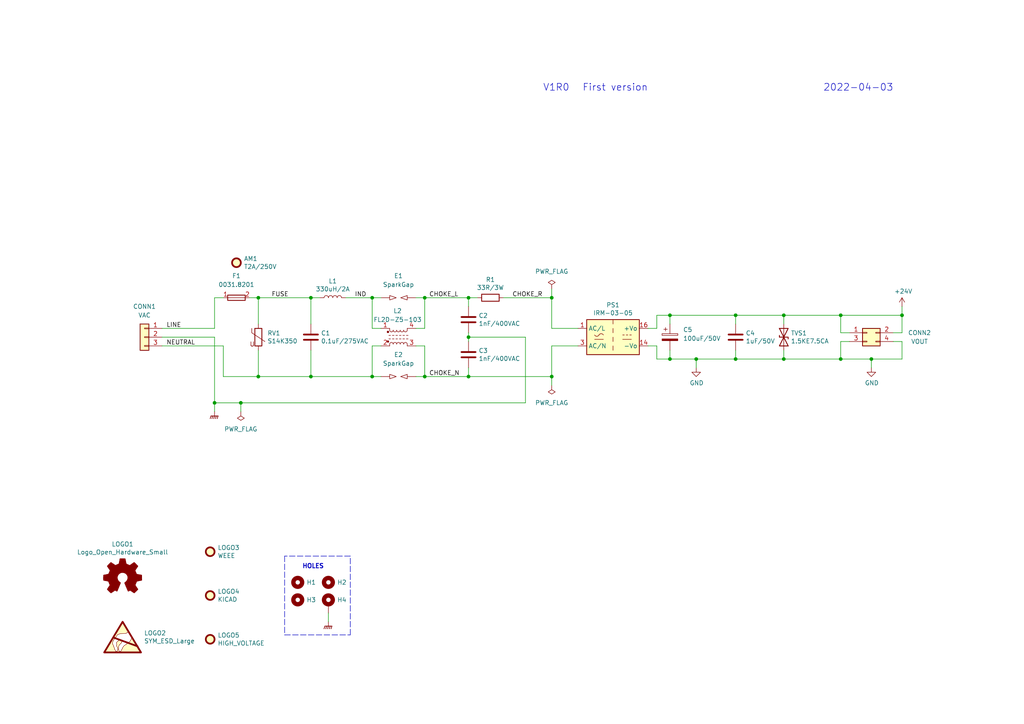
<source format=kicad_sch>
(kicad_sch (version 20211123) (generator eeschema)
  (paper "A4")
  (title_block (title "IRM-03-05 AC/DC POWER SUPPLY") (date "2022-04-03") (rev "V1R0") (company "astroelectronic@") (comment 1 "230Vac input. 5Vdc/600mA/3W output. European outlet size.") (comment 2 "AE01.07.50.100") (comment 3 "-") (comment 4 "-") (comment 5 "-") (comment 6 "1:1") (comment 7 "Prototype") (comment 8 "IRM-03-05") (comment 9 "CC BY-SA"))
  (lib_symbols
    (symbol "Connector_Generic:Conn_01x03" (pin_names (offset 1.016) hide)
      (property "Reference" "J" (at 0 5.08 0))
      (property "Value" "Conn_01x03" (at 0 -5.08 0))
      (symbol "Conn_01x03_1_1"
        (rectangle (start -1.27 -2.413) (end 0 -2.667) (stroke (width 0.1524)))
        (rectangle (start -1.27 0.127) (end 0 -0.127) (stroke (width 0.1524)))
        (rectangle (start -1.27 2.667) (end 0 2.413) (stroke (width 0.1524)))
        (rectangle (start -1.27 3.81) (end 1.27 -3.81) (stroke (width 0.254)) (fill (type background)))
        (pin passive line (at -5.08 2.54 0) (length 3.81) (name "Pin_1") (number "1"))
        (pin passive line (at -5.08 0 0) (length 3.81) (name "Pin_2") (number "2"))
        (pin passive line (at -5.08 -2.54 0) (length 3.81) (name "Pin_3") (number "3"))
      )
    )
    (symbol "Connector_Generic:Conn_02x02_Odd_Even" (pin_names (offset 1.016) hide)
      (property "Reference" "J" (at 1.27 2.54 0))
      (property "Value" "Conn_02x02_Odd_Even" (at 1.27 -5.08 0))
      (symbol "Conn_02x02_Odd_Even_1_1"
        (rectangle (start -1.27 -2.413) (end 0 -2.667) (stroke (width 0.1524)))
        (rectangle (start -1.27 0.127) (end 0 -0.127) (stroke (width 0.1524)))
        (rectangle (start -1.27 1.27) (end 3.81 -3.81) (stroke (width 0.254)) (fill (type background)))
        (rectangle (start 3.81 -2.413) (end 2.54 -2.667) (stroke (width 0.1524)))
        (rectangle (start 3.81 0.127) (end 2.54 -0.127) (stroke (width 0.1524)))
        (pin passive line (at -5.08 0 0) (length 3.81) (name "Pin_1") (number "1"))
        (pin passive line (at 7.62 0 180) (length 3.81) (name "Pin_2") (number "2"))
        (pin passive line (at -5.08 -2.54 0) (length 3.81) (name "Pin_3") (number "3"))
        (pin passive line (at 7.62 -2.54 180) (length 3.81) (name "Pin_4") (number "4"))
      )
    )
    (symbol "Converter_ACDC:IRM-03-24"
      (property "Reference" "PS" (at 0 6.35 0))
      (property "Value" "IRM-03-24" (at 0 -6.35 0))
      (symbol "IRM-03-24_0_1"
        (rectangle (start -7.62 5.08) (end 7.62 -5.08) (stroke (width 0.254)) (fill (type background)))
        (arc (start -5.334 0.635) (mid -4.699 0.2495) (end -4.064 0.635))
        (arc (start -2.794 0.635) (mid -3.429 1.0072) (end -4.064 0.635))
        (polyline (pts (xy -5.334 -0.635) (xy -2.794 -0.635)))
        (polyline (pts (xy 0 -2.54) (xy 0 -3.81)))
        (polyline (pts (xy 0 0) (xy 0 -1.27)))
        (polyline (pts (xy 0 2.54) (xy 0 1.27)))
        (polyline (pts (xy 0 5.08) (xy 0 3.81)))
        (polyline (pts (xy 2.794 -0.635) (xy 5.334 -0.635)))
        (polyline (pts (xy 2.794 0.635) (xy 3.302 0.635)))
        (polyline (pts (xy 3.81 0.635) (xy 4.318 0.635)))
        (polyline (pts (xy 4.826 0.635) (xy 5.334 0.635)))
      )
      (symbol "IRM-03-24_1_1"
        (pin power_in line (at -10.16 2.54 0) (length 2.54) (name "AC/L") (number "1"))
        (pin power_out line (at 10.16 -2.54 180) (length 2.54) (name "-Vo") (number "14"))
        (pin power_out line (at 10.16 2.54 180) (length 2.54) (name "+Vo") (number "16"))
        (pin power_in line (at -10.16 -2.54 0) (length 2.54) (name "AC/N") (number "3"))
        (pin no_connect line (at -7.62 0 0) (length 2.54) hide (name "NC") (number "5"))
      )
    )
    (symbol "Device:C" (pin_numbers hide) (pin_names (offset 0.254))
      (property "Reference" "C" (at 0.635 2.54 0))
      (property "Value" "C" (at 0.635 -2.54 0))
      (symbol "C_0_1"
        (polyline (pts (xy -2.032 -0.762) (xy 2.032 -0.762)) (stroke (width 0.508)))
        (polyline (pts (xy -2.032 0.762) (xy 2.032 0.762)) (stroke (width 0.508)))
      )
      (symbol "C_1_1"
        (pin passive line (at 0 3.81 270) (length 2.794) (name "~") (number "1"))
        (pin passive line (at 0 -3.81 90) (length 2.794) (name "~") (number "2"))
      )
    )
    (symbol "Device:C_Polarized" (pin_numbers hide) (pin_names (offset 0.254))
      (property "Reference" "C" (at 0.635 2.54 0))
      (property "Value" "C_Polarized" (at 0.635 -2.54 0))
      (symbol "C_Polarized_0_1"
        (rectangle (start -2.286 0.508) (end 2.286 1.016))
        (polyline (pts (xy -1.778 2.286) (xy -0.762 2.286)))
        (polyline (pts (xy -1.27 2.794) (xy -1.27 1.778)))
        (rectangle (start 2.286 -0.508) (end -2.286 -1.016) (fill (type outline)))
      )
      (symbol "C_Polarized_1_1"
        (pin passive line (at 0 3.81 270) (length 2.794) (name "~") (number "1"))
        (pin passive line (at 0 -3.81 90) (length 2.794) (name "~") (number "2"))
      )
    )
    (symbol "Device:Fuse" (pin_names (offset 0))
      (property "Reference" "F" (at 2.032 0 90))
      (property "Value" "Fuse" (at -1.905 0 90))
      (symbol "Fuse_0_1"
        (rectangle (start -0.762 -2.54) (end 0.762 2.54) (stroke (width 0.254)))
        (polyline (pts (xy 0 2.54) (xy 0 -2.54)))
      )
      (symbol "Fuse_1_1"
        (pin passive line (at 0 3.81 270) (length 1.27) (name "~") (number "1"))
        (pin passive line (at 0 -3.81 90) (length 1.27) (name "~") (number "2"))
      )
    )
    (symbol "Device:L" (pin_numbers hide) (pin_names (offset 1.016) hide)
      (property "Reference" "L" (at -1.27 0 90))
      (property "Value" "L" (at 1.905 0 90))
      (symbol "L_0_1"
        (arc (start 0 -2.54) (mid 0.635 -1.905) (end 0 -1.27))
        (arc (start 0 -1.27) (mid 0.635 -0.635) (end 0 0))
        (arc (start 0 0) (mid 0.635 0.635) (end 0 1.27))
        (arc (start 0 1.27) (mid 0.635 1.905) (end 0 2.54))
      )
      (symbol "L_1_1"
        (pin passive line (at 0 3.81 270) (length 1.27) (name "1") (number "1"))
        (pin passive line (at 0 -3.81 90) (length 1.27) (name "2") (number "2"))
      )
    )
    (symbol "Device:L_Core_Ferrite_Coupled_1423" (pin_names (offset 0.254) hide)
      (property "Reference" "L" (at 0 4.445 0))
      (property "Value" "Device_L_Core_Ferrite_Coupled_1423" (at 0 -4.445 0))
      (symbol "L_Core_Ferrite_Coupled_1423_0_1"
        (circle (center -3.048 -1.27) (radius 0.254) (fill (type outline)))
        (circle (center -3.048 1.524) (radius 0.254) (fill (type outline)))
        (arc (start -2.54 2.032) (mid -2.032 1.524) (end -1.524 2.032))
        (arc (start -1.524 -2.032) (mid -2.032 -1.524) (end -2.54 -2.032))
        (arc (start -1.524 2.032) (mid -1.016 1.524) (end -0.508 2.032))
        (arc (start -0.508 -2.032) (mid -1.016 -1.524) (end -1.524 -2.032))
        (arc (start -0.508 2.032) (mid 0 1.524) (end 0.508 2.032))
        (polyline (pts (xy -2.794 -0.508) (xy -2.286 -0.508)))
        (polyline (pts (xy -2.794 0.508) (xy -2.286 0.508)))
        (polyline (pts (xy -2.54 -2.032) (xy -2.54 -2.54)))
        (polyline (pts (xy -2.54 2.032) (xy -2.54 2.54)))
        (polyline (pts (xy -1.778 -0.508) (xy -1.27 -0.508)))
        (polyline (pts (xy -1.778 0.508) (xy -1.27 0.508)))
        (polyline (pts (xy -0.762 -0.508) (xy -0.254 -0.508)))
        (polyline (pts (xy -0.762 0.508) (xy -0.254 0.508)))
        (polyline (pts (xy 0.254 -0.508) (xy 0.762 -0.508)))
        (polyline (pts (xy 0.254 0.508) (xy 0.762 0.508)))
        (polyline (pts (xy 1.27 -0.508) (xy 1.778 -0.508)))
        (polyline (pts (xy 1.27 0.508) (xy 1.778 0.508)))
        (polyline (pts (xy 2.286 -0.508) (xy 2.794 -0.508)))
        (polyline (pts (xy 2.286 0.508) (xy 2.794 0.508)))
        (polyline (pts (xy 2.54 -2.032) (xy 2.54 -2.54)))
        (polyline (pts (xy 2.54 2.54) (xy 2.54 2.032)))
        (arc (start 0.508 -2.032) (mid 0 -1.524) (end -0.508 -2.032))
        (arc (start 0.508 2.032) (mid 1.016 1.524) (end 1.524 2.032))
        (arc (start 1.524 -2.032) (mid 1.016 -1.524) (end 0.508 -2.032))
        (arc (start 1.524 2.032) (mid 2.032 1.524) (end 2.54 2.032))
        (arc (start 2.54 -2.032) (mid 2.032 -1.524) (end 1.524 -2.032))
      )
      (symbol "L_Core_Ferrite_Coupled_1423_1_1"
        (pin passive line (at -5.08 2.54 0) (length 2.54) (name "1") (number "1"))
        (pin passive line (at -5.08 -2.54 0) (length 2.54) (name "2") (number "2"))
        (pin passive line (at 5.08 -2.54 180) (length 2.54) (name "3") (number "3"))
        (pin passive line (at 5.08 2.54 180) (length 2.54) (name "4") (number "4"))
      )
    )
    (symbol "Device:R" (pin_numbers hide) (pin_names (offset 0))
      (property "Reference" "R" (at 2.032 0 90))
      (property "Value" "R" (at 0 0 90))
      (symbol "R_0_1"
        (rectangle (start -1.016 -2.54) (end 1.016 2.54) (stroke (width 0.254)))
      )
      (symbol "R_1_1"
        (pin passive line (at 0 3.81 270) (length 1.27) (name "~") (number "1"))
        (pin passive line (at 0 -3.81 90) (length 1.27) (name "~") (number "2"))
      )
    )
    (symbol "Device:SparkGap" (pin_numbers hide) (pin_names (offset 0))
      (property "Reference" "E" (at 0 2.032 0))
      (property "Value" "SparkGap" (at 0 -1.905 0))
      (symbol "SparkGap_0_1"
        (polyline (pts (xy -2.54 0.635) (xy -2.54 -0.635) (xy -0.635 0) (xy -2.54 0.635)))
        (polyline (pts (xy 2.54 0.635) (xy 2.54 -0.635) (xy 0.635 0) (xy 2.54 0.635)))
      )
      (symbol "SparkGap_1_1"
        (pin passive line (at -5.08 0 0) (length 2.54) (name "~") (number "1"))
        (pin passive line (at 5.08 0 180) (length 2.54) (name "~") (number "2"))
      )
    )
    (symbol "Device:Varistor" (pin_numbers hide) (pin_names (offset 0))
      (property "Reference" "RV" (at 3.175 0 90))
      (property "Value" "Varistor" (at -3.175 0 90))
      (symbol "Varistor_0_0"
        (text "U" (at -1.778 -2.032 0) (effects (font (size 1.27 1.27))))
      )
      (symbol "Varistor_0_1"
        (rectangle (start -1.016 -2.54) (end 1.016 2.54) (stroke (width 0.254)))
        (polyline (pts (xy -1.905 2.54) (xy -1.905 1.27) (xy 1.905 -1.27)))
      )
      (symbol "Varistor_1_1"
        (pin passive line (at 0 3.81 270) (length 1.27) (name "~") (number "1"))
        (pin passive line (at 0 -3.81 90) (length 1.27) (name "~") (number "2"))
      )
    )
    (symbol "Diode:1.5KExxCA" (pin_numbers hide) (pin_names (offset 1.016) hide)
      (property "Reference" "D" (at 0 2.54 0))
      (property "Value" "1.5KExxCA" (at 0 -2.54 0))
      (symbol "1.5KExxCA_0_1"
        (polyline (pts (xy 1.27 0) (xy -1.27 0)))
        (polyline (pts (xy -2.54 -1.27) (xy 0 0) (xy -2.54 1.27) (xy -2.54 -1.27)) (stroke (width 0.254)))
        (polyline (pts (xy 0.508 1.27) (xy 0 1.27) (xy 0 -1.27) (xy -0.508 -1.27)) (stroke (width 0.254)))
        (polyline (pts (xy 2.54 1.27) (xy 2.54 -1.27) (xy 0 0) (xy 2.54 1.27)) (stroke (width 0.254)))
      )
      (symbol "1.5KExxCA_1_1"
        (pin passive line (at -3.81 0 0) (length 2.54) (name "A1") (number "1"))
        (pin passive line (at 3.81 0 180) (length 2.54) (name "A2") (number "2"))
      )
    )
    (symbol "Graphic:Logo_Open_Hardware_Small" (pin_names (offset 1.016))
      (symbol "Logo_Open_Hardware_Small_0_1"
        (polyline (pts (xy 3.3528 -4.3434) (xy 3.302 -4.318) (xy 3.175 -4.2418) (xy 2.9972 -4.1148) (xy 2.7686 -3.9624) (xy 2.54 -3.81) (xy 2.3622 -3.7084) (xy 2.2352 -3.6068) (xy 2.1844 -3.5814) (xy 2.159 -3.6068) (xy 2.0574 -3.6576) (xy 1.905 -3.7338) (xy 1.8034 -3.7846) (xy 1.6764 -3.8354) (xy 1.6002 -3.8354) (xy 1.6002 -3.8354) (xy 1.5494 -3.7338) (xy 1.4732 -3.5306) (xy 1.3462 -3.302) (xy 1.2446 -3.0226) (xy 1.1176 -2.7178) (xy 0.9652 -2.413) (xy 0.8636 -2.1082) (xy 0.7366 -1.8288) (xy 0.6604 -1.6256) (xy 0.6096 -1.4732) (xy 0.5842 -1.397) (xy 0.5842 -1.397) (xy 0.6604 -1.3208) (xy 0.7874 -1.2446) (xy 1.0414 -1.016) (xy 1.2954 -0.6858) (xy 1.4478 -0.3302) (xy 1.524 0.0762) (xy 1.4732 0.4572) (xy 1.3208 0.8128) (xy 1.0668 1.143) (xy 0.762 1.3716) (xy 0.4064 1.524) (xy 0 1.5748) (xy -0.381 1.5494) (xy -0.7366 1.397) (xy -1.0668 1.143) (xy -1.2192 0.9906) (xy -1.397 0.6604) (xy -1.524 0.3048) (xy -1.524 0.2286) (xy -1.4986 -0.1778) (xy -1.397 -0.5334) (xy -1.1938 -0.8636) (xy -0.9144 -1.143) (xy -0.8636 -1.1684) (xy -0.7366 -1.27) (xy -0.635 -1.3462) (xy -0.5842 -1.397) (xy -1.0668 -2.5908) (xy -1.143 -2.794) (xy -1.2954 -3.1242) (xy -1.397 -3.4036) (xy -1.4986 -3.6322) (xy -1.5748 -3.7846) (xy -1.6002 -3.8354) (xy -1.6002 -3.8354) (xy -1.651 -3.8354) (xy -1.7272 -3.81) (xy -1.905 -3.7338) (xy -2.0066 -3.683) (xy -2.1336 -3.6068) (xy -2.2098 -3.5814) (xy -2.2606 -3.6068) (xy -2.3622 -3.683) (xy -2.54 -3.81) (xy -2.7686 -3.9624) (xy -2.9718 -4.0894) (xy -3.1496 -4.2164) (xy -3.302 -4.318) (xy -3.3528 -4.3434) (xy -3.3782 -4.3434) (xy -3.429 -4.318) (xy -3.5306 -4.2164) (xy -3.7084 -4.064) (xy -3.937 -3.8354) (xy -3.9624 -3.81) (xy -4.1656 -3.6068) (xy -4.318 -3.4544) (xy -4.4196 -3.3274) (xy -4.445 -3.2766) (xy -4.445 -3.2766) (xy -4.4196 -3.2258) (xy -4.318 -3.0734) (xy -4.2164 -2.8956) (xy -4.064 -2.667) (xy -3.6576 -2.0828) (xy -3.8862 -1.5494) (xy -3.937 -1.3716) (xy -4.0386 -1.1684) (xy -4.0894 -1.0414) (xy -4.1148 -0.9652) (xy -4.191 -0.9398) (xy -4.318 -0.9144) (xy -4.5466 -0.8636) (xy -4.8006 -0.8128) (xy -5.0546 -0.7874) (xy -5.2578 -0.7366) (xy -5.4356 -0.7112) (xy -5.5118 -0.6858) (xy -5.5118 -0.6858) (xy -5.5372 -0.635) (xy -5.5372 -0.5588) (xy -5.5372 -0.4318) (xy -5.5626 -0.2286) (xy -5.5626 0.0762) (xy -5.5626 0.127) (xy -5.5372 0.4064) (xy -5.5372 0.635) (xy -5.5372 0.762) (xy -5.5372 0.8382) (xy -5.5372 0.8382) (xy -5.461 0.8382) (xy -5.3086 0.889) (xy -5.08 0.9144) (xy -4.826 0.9652) (xy -4.8006 0.9906) (xy -4.5466 1.0414) (xy -4.318 1.0668) (xy -4.1656 1.1176) (xy -4.0894 1.143) (xy -4.0894 1.143) (xy -4.0386 1.2446) (xy -3.9624 1.4224) (xy -3.8608 1.6256) (xy -3.7846 1.8288) (xy -3.7084 2.0066) (xy -3.6576 2.159) (xy -3.6322 2.2098) (xy -3.6322 2.2098) (xy -3.683 2.286) (xy -3.7592 2.413) (xy -3.8862 2.5908) (xy -4.064 2.8194) (xy -4.064 2.8448) (xy -4.2164 3.0734) (xy -4.3434 3.2512) (xy -4.4196 3.3782) (xy -4.445 3.4544) (xy -4.445 3.4544) (xy -4.3942 3.5052) (xy -4.2926 3.6322) (xy -4.1148 3.81) (xy -3.937 4.0132) (xy -3.8608 4.064) (xy -3.6576 4.2926) (xy -3.5052 4.4196) (xy -3.4036 4.4958) (xy -3.3528 4.5212) (xy -3.3528 4.5212) (xy -3.302 4.4704) (xy -3.1496 4.3688) (xy -2.9718 4.2418) (xy -2.7432 4.0894) (xy -2.7178 4.0894) (xy -2.4892 3.937) (xy -2.3114 3.81) (xy -2.1844 3.7084) (xy -2.1336 3.683) (xy -2.1082 3.683) (xy -2.032 3.7084) (xy -1.8542 3.7592) (xy -1.6764 3.8354) (xy -1.4732 3.937) (xy -1.27 4.0132) (xy -1.143 4.064) (xy -1.0668 4.1148) (xy -1.0668 4.1148) (xy -1.0414 4.191) (xy -1.016 4.3434) (xy -0.9652 4.572) (xy -0.9144 4.8514) (xy -0.889 4.9022) (xy -0.8382 5.1562) (xy -0.8128 5.3848) (xy -0.7874 5.5372) (xy -0.762 5.588) (xy -0.7112 5.6134) (xy -0.5842 5.6134) (xy -0.4064 5.6134) (xy -0.1524 5.6134) (xy 0.0762 5.6134) (xy 0.3302 5.6134) (xy 0.5334 5.6134) (xy 0.6858 5.588) (xy 0.7366 5.588) (xy 0.7366 5.588) (xy 0.762 5.5118) (xy 0.8128 5.334) (xy 0.8382 5.1054) (xy 0.9144 4.826) (xy 0.9144 4.7752) (xy 0.9652 4.5212) (xy 1.016 4.2926) (xy 1.0414 4.1402) (xy 1.0668 4.0894) (xy 1.0668 4.0894) (xy 1.1938 4.0386) (xy 1.3716 3.9624) (xy 1.5748 3.8608) (xy 2.0828 3.6576) (xy 2.7178 4.0894) (xy 2.7686 4.1402) (xy 2.9972 4.2926) (xy 3.175 4.4196) (xy 3.302 4.4958) (xy 3.3782 4.5212) (xy 3.3782 4.5212) (xy 3.429 4.4704) (xy 3.556 4.3434) (xy 3.7338 4.191) (xy 3.9116 3.9878) (xy 4.064 3.8354) (xy 4.2418 3.6576) (xy 4.3434 3.556) (xy 4.4196 3.4798) (xy 4.4196 3.429) (xy 4.4196 3.4036) (xy 4.3942 3.3274) (xy 4.2926 3.2004) (xy 4.1656 2.9972) (xy 4.0132 2.794) (xy 3.8862 2.5908) (xy 3.7592 2.3876) (xy 3.6576 2.2352) (xy 3.6322 2.159) (xy 3.6322 2.1336) (xy 3.683 2.0066) (xy 3.7592 1.8288) (xy 3.8608 1.6002) (xy 4.064 1.1176) (xy 4.3942 1.0414) (xy 4.5974 1.016) (xy 4.8768 0.9652) (xy 5.1308 0.9144) (xy 5.5372 0.8382) (xy 5.5626 -0.6604) (xy 5.4864 -0.6858) (xy 5.4356 -0.6858) (xy 5.2832 -0.7366) (xy 5.0546 -0.762) (xy 4.8006 -0.8128) (xy 4.5974 -0.8636) (xy 4.3688 -0.9144) (xy 4.2164 -0.9398) (xy 4.1402 -0.9398) (xy 4.1148 -0.9652) (xy 4.064 -1.0668) (xy 3.9878 -1.2446) (xy 3.9116 -1.4478) (xy 3.81 -1.651) (xy 3.7338 -1.8542) (xy 3.683 -2.0066) (xy 3.6576 -2.0828) (xy 3.683 -2.1336) (xy 3.7846 -2.2606) (xy 3.8862 -2.4638) (xy 4.0386 -2.667) (xy 4.191 -2.8956) (xy 4.318 -3.0734) (xy 4.3942 -3.2004) (xy 4.445 -3.2766) (xy 4.4196 -3.3274) (xy 4.3434 -3.429) (xy 4.1656 -3.5814) (xy 3.937 -3.8354) (xy 3.8862 -3.8608) (xy 3.683 -4.064) (xy 3.5306 -4.2164) (xy 3.4036 -4.318) (xy 3.3528 -4.3434)) (fill (type outline)))
      )
    )
    (symbol "Graphic:SYM_ESD_Large" (pin_names (offset 1.016))
      (symbol "SYM_ESD_Large_0_0"
        (polyline (pts (xy -2.667 -0.762) (xy 4.318 -3.302)) (stroke (width 0.508)))
        (polyline (pts (xy 0.4826 -5.1308) (xy 5.3848 -5.1308) (xy 5.3848 -5.1054) (xy 5.334 -5.0546) (xy 5.2832 -4.953) (xy 5.207 -4.826) (xy 5.0038 -4.4704) (xy 4.8768 -4.2672) (xy 4.7498 -4.0386) (xy 4.1402 -3.0226) (xy 3.9878 -2.7432) (xy 3.5306 -1.9812) (xy 3.4036 -1.7526) (xy 3.2766 -1.5494) (xy 3.1496 -1.3716) (xy 3.0734 -1.1938) (xy 2.9972 -1.0668) (xy 2.921 -0.9652) (xy 2.8956 -0.889) (xy 2.8448 -0.8382) (xy 2.8194 -0.8636) (xy 2.7686 -0.889) (xy 2.5908 -1.0668) (xy 2.4892 -1.2192) (xy 2.4638 -1.3462) (xy 2.413 -1.4224) (xy 2.3622 -1.5748) (xy 2.286 -1.7018) (xy 1.9812 -2.0066) (xy 1.8542 -2.1082) (xy 1.7018 -2.2352) (xy 1.5494 -2.3368) (xy 1.397 -2.4638) (xy 1.2192 -2.5908) (xy 1.0668 -2.7178) (xy 0.9144 -2.8194) (xy 0.8128 -2.8956) (xy 0.7112 -2.9464) (xy 0.6096 -3.0226) (xy 0.3556 -3.2258) (xy 0.254 -3.3528) (xy 0.1524 -3.5052) (xy 0.0508 -3.683) (xy -0.0762 -3.8862) (xy -0.2286 -4.2672) (xy -0.381 -4.572) (xy -0.5334 -4.7244) (xy -0.6096 -4.7752) (xy -0.635 -4.8006) (xy -0.8382 -4.8006) (xy -0.9144 -4.7752) (xy -1.016 -4.6736) (xy -1.0668 -4.5212) (xy -1.1176 -4.3434) (xy -1.143 -4.1148) (xy -1.143 -3.4544) (xy -1.0922 -3.2512) (xy -1.0414 -3.0734) (xy -0.9398 -2.921) (xy -0.8382 -2.794) (xy -0.381 -2.3368) (xy -0.3048 -2.2352) (xy -0.2032 -1.9812) (xy -0.1778 -1.9304) (xy -0.1524 -1.8288) (xy -0.127 -1.7526) (xy -0.127 -1.7272) (xy -0.2032 -1.651) (xy -0.254 -1.5748) (xy -0.3556 -1.524) (xy -0.4318 -1.4478) (xy -0.508 -1.397) (xy -0.5588 -1.3462) (xy -0.6096 -1.3462) (xy -0.6604 -1.3716) (xy -0.7366 -1.4224) (xy -0.8382 -1.4732) (xy -0.9652 -1.5494) (xy -1.0668 -1.6002) (xy -1.1684 -1.6764) (xy -1.3208 -1.778) (xy -1.6002 -2.0574) (xy -1.778 -2.2606) (xy -1.7272 -2.3876) (xy -1.7018 -2.4384) (xy -1.7018 -2.5146) (xy -1.6764 -2.5908) (xy -1.6764 -2.8702) (xy -1.7018 -2.9972) (xy -1.7272 -3.0734) (xy -1.7272 -3.0988) (xy -1.7526 -3.1496) (xy -1.7018 -3.2512) (xy -1.651 -3.3274) (xy -1.651 -3.3528) (xy -1.524 -3.6068) (xy -1.4478 -3.8608) (xy -1.4224 -4.1402) (xy -1.4224 -4.3434) (xy -1.4478 -4.4196) (xy -1.4732 -4.4704) (xy -1.4986 -4.5466) (xy -1.5748 -4.6736) (xy -1.6764 -4.7498) (xy -1.778 -4.8006) (xy -1.8796 -4.8006) (xy -1.9558 -4.7752) (xy -2.0066 -4.7244) (xy -2.0574 -4.6228) (xy -2.1336 -4.4958) (xy -2.2098 -4.318) (xy -2.3114 -4.0894) (xy -2.413 -3.8354) (xy -2.5146 -3.5306) (xy -2.5146 -3.5052) (xy -2.5654 -3.3528) (xy -2.6416 -3.2004) (xy -2.7432 -2.9464) (xy -2.7686 -2.921) (xy -2.8448 -2.6924) (xy -2.8956 -2.4638) (xy -2.8956 -2.2606) (xy -2.8448 -2.032) (xy -2.7686 -1.8034) (xy -2.7178 -1.7018) (xy -2.6162 -1.5494) (xy -2.5146 -1.3716) (xy -2.3622 -1.1938) (xy -2.2098 -0.9906) (xy -2.1082 -0.889) (xy -1.9558 -0.635) (xy -1.8796 -0.5334) (xy -1.8542 -0.508) (xy -1.7272 -0.2794) (xy -1.6002 -0.1016) (xy -1.4478 0.0508) (xy -1.3208 0.1524) (xy -1.1684 0.2032) (xy -1.1176 0.2286) (xy -0.9906 0.254) (xy -0.8128 0.3048) (xy -0.5842 0.3302) (xy -0.3302 0.3556) (xy -0.0254 0.381) (xy 0.0254 0.381) (xy 0.2794 0.4064) (xy 0.508 0.4318) (xy 0.6858 0.4318) (xy 0.8382 0.4572) (xy 0.9652 0.4826) (xy 1.0668 0.508) (xy 1.1684 0.5588) (xy 1.2446 0.5842) (xy 1.3208 0.635) (xy 1.524 0.7874) (xy 1.7272 0.9906) (xy 1.7272 1.0414) (xy 1.7018 1.0922) (xy 1.651 1.1684) (xy 1.6002 1.27) (xy 1.4986 1.4224) (xy 1.4224 1.6002) (xy 1.1684 2.0066) (xy 1.0414 2.2352) (xy 0.6604 2.8702) (xy 0.508 3.0988) (xy 0.4064 3.302) (xy 0.3048 3.4544) (xy 0.2286 3.5814) (xy 0.1524 3.683) (xy 0.1016 3.7592) (xy 0.0508 3.8608) (xy 0.0254 3.8862) (xy -0.0508 3.8862) (xy -0.0508 3.8608) (xy -0.127 3.7846) (xy -0.1524 3.7338) (xy -0.2032 3.6576) (xy -0.254 3.556) (xy -0.4064 3.302) (xy -0.508 3.1496) (xy -0.6096 2.9718) (xy -0.7366 2.7686) (xy -1.0414 2.2606) (xy -1.2192 1.9558) (xy -1.4224 1.6256) (xy -1.8796 0.8636) (xy -2.1336 0.4064) (xy -2.4384 -0.0762) (xy -2.7432 -0.6096) (xy -2.921 -0.889) (xy -3.429 -1.7526) (xy -3.6576 -2.159) (xy -3.8862 -2.54) (xy -4.1148 -2.8956) (xy -4.318 -3.2512) (xy -4.5212 -3.5814) (xy -4.6736 -3.8862) (xy -4.8514 -4.1402) (xy -4.9784 -4.3942) (xy -5.1054 -4.5974) (xy -5.2324 -4.7752) (xy -5.3594 -5.0292) (xy -5.4102 -5.1054) (xy -5.4102 -5.1308) (xy -0.7112 -5.1308) (xy -0.0254 -5.1562) (xy 0.4826 -5.1308)) (stroke (width 0.127)) (fill (type background)))
      )
      (symbol "SYM_ESD_Large_0_1"
        (polyline (pts (xy -5.334 -5.08) (xy 5.334 -5.08) (xy 0 3.81) (xy -5.334 -5.08)) (stroke (width 0.508)))
      )
    )
    (symbol "Mechanical:Fiducial"
      (property "Reference" "FID" (at 0 5.08 0))
      (property "Value" "Fiducial" (at 0 3.175 0))
      (symbol "Fiducial_0_1"
        (circle (center 0 0) (radius 1.27) (stroke (width 0.508)) (fill (type background)))
      )
    )
    (symbol "Mechanical:MountingHole" (pin_names (offset 1.016))
      (property "Reference" "H" (at 0 5.08 0))
      (property "Value" "MountingHole" (at 0 3.175 0))
      (symbol "MountingHole_0_1"
        (circle (center 0 0) (radius 1.27) (stroke (width 1.27)))
      )
    )
    (symbol "Mechanical:MountingHole_Pad" (pin_numbers hide) (pin_names (offset 1.016) hide)
      (property "Reference" "H" (at 0 6.35 0))
      (property "Value" "MountingHole_Pad" (at 0 4.445 0))
      (symbol "MountingHole_Pad_0_1"
        (circle (center 0 1.27) (radius 1.27) (stroke (width 1.27)))
      )
      (symbol "MountingHole_Pad_1_1"
        (pin input line (at 0 -2.54 90) (length 2.54) (name "1") (number "1"))
      )
    )
    (symbol "power:+24V" (power) (pin_names (offset 0))
      (property "Value" "+24V" (at 0 3.556 0))
      (symbol "+24V_0_1"
        (polyline (pts (xy -0.762 1.27) (xy 0 2.54)))
        (polyline (pts (xy 0 0) (xy 0 2.54)))
        (polyline (pts (xy 0 2.54) (xy 0.762 1.27)))
      )
      (symbol "+24V_1_1"
        (pin power_in line (at 0 0 90) (length 0) hide (name "+24V") (number "1"))
      )
    )
    (symbol "power:GND" (power) (pin_names (offset 0))
      (property "Value" "GND" (at 0 -3.81 0))
      (symbol "GND_0_1"
        (polyline (pts (xy 0 0) (xy 0 -1.27) (xy 1.27 -1.27) (xy 0 -2.54) (xy -1.27 -1.27) (xy 0 -1.27)))
      )
      (symbol "GND_1_1"
        (pin power_in line (at 0 0 270) (length 0) hide (name "GND") (number "1"))
      )
    )
    (symbol "power:GNDPWR" (power) (pin_names (offset 0))
      (property "Value" "GNDPWR" (at 0 -3.302 0))
      (symbol "GNDPWR_0_1"
        (polyline (pts (xy 0 -1.27) (xy 0 0)))
        (polyline (pts (xy -1.016 -1.27) (xy -1.27 -2.032) (xy -1.27 -2.032)) (stroke (width 0.2032)))
        (polyline (pts (xy -0.508 -1.27) (xy -0.762 -2.032) (xy -0.762 -2.032)) (stroke (width 0.2032)))
        (polyline (pts (xy 0 -1.27) (xy -0.254 -2.032) (xy -0.254 -2.032)) (stroke (width 0.2032)))
        (polyline (pts (xy 0.508 -1.27) (xy 0.254 -2.032) (xy 0.254 -2.032)) (stroke (width 0.2032)))
        (polyline (pts (xy 1.016 -1.27) (xy -1.016 -1.27) (xy -1.016 -1.27)) (stroke (width 0.2032)))
        (polyline (pts (xy 1.016 -1.27) (xy 0.762 -2.032) (xy 0.762 -2.032) (xy 0.762 -2.032)) (stroke (width 0.2032)))
      )
      (symbol "GNDPWR_1_1"
        (pin power_in line (at 0 0 270) (length 0) hide (name "GNDPWR") (number "1"))
      )
    )
    (symbol "power:PWR_FLAG" (power) (pin_numbers hide) (pin_names (offset 0) hide)
      (property "Value" "PWR_FLAG" (at 0 3.81 0))
      (symbol "PWR_FLAG_0_0"
        (pin power_out line (at 0 0 90) (length 0) (name "pwr") (number "1"))
      )
      (symbol "PWR_FLAG_0_1"
        (polyline (pts (xy 0 0) (xy 0 1.27) (xy -1.016 1.905) (xy 0 2.54) (xy 1.016 1.905) (xy 0 1.27)))
      )
    )
  )
  (junction (at 135.89 109.22))
  (junction (at 160.02 109.22))
  (junction (at 90.17 86.36))
  (junction (at 107.95 109.22))
  (junction (at 135.89 97.79))
  (junction (at 69.85 116.84))
  (junction (at 74.93 86.36))
  (junction (at 135.89 86.36))
  (junction (at 227.33 104.14))
  (junction (at 243.84 91.44))
  (junction (at 243.84 104.14))
  (junction (at 123.19 86.36))
  (junction (at 62.23 116.84))
  (junction (at 213.36 104.14))
  (junction (at 194.31 91.44))
  (junction (at 227.33 91.44))
  (junction (at 261.62 91.44))
  (junction (at 213.36 91.44))
  (junction (at 90.17 109.22))
  (junction (at 201.93 104.14))
  (junction (at 74.93 109.22))
  (junction (at 107.95 86.36))
  (junction (at 123.19 109.22))
  (junction (at 252.73 104.14))
  (junction (at 160.02 86.36))
  (junction (at 194.31 104.14))
  (wire (pts (xy 190.5 95.25) (xy 190.5 91.44)))
  (polyline (pts (xy 101.6 184.15) (xy 101.6 161.29)))
  (wire (pts (xy 246.38 96.52) (xy 243.84 96.52)))
  (wire (pts (xy 135.89 99.06) (xy 135.89 97.79)))
  (wire (pts (xy 252.73 104.14) (xy 261.62 104.14)))
  (wire (pts (xy 194.31 104.14) (xy 190.5 104.14)))
  (wire (pts (xy 107.95 86.36) (xy 110.49 86.36)))
  (wire (pts (xy 261.62 99.06) (xy 261.62 104.14)))
  (wire (pts (xy 120.65 109.22) (xy 123.19 109.22)))
  (wire (pts (xy 123.19 100.33) (xy 123.19 109.22)))
  (wire (pts (xy 152.4 116.84) (xy 69.85 116.84)))
  (wire (pts (xy 74.93 101.6) (xy 74.93 109.22)))
  (wire (pts (xy 187.96 95.25) (xy 190.5 95.25)))
  (wire (pts (xy 135.89 97.79) (xy 135.89 96.52)))
  (wire (pts (xy 213.36 104.14) (xy 213.36 101.6)))
  (polyline (pts (xy 82.55 161.29) (xy 82.55 184.15)))
  (wire (pts (xy 135.89 109.22) (xy 160.02 109.22)))
  (wire (pts (xy 227.33 91.44) (xy 227.33 93.98)))
  (wire (pts (xy 138.43 86.36) (xy 135.89 86.36)))
  (wire (pts (xy 107.95 95.25) (xy 107.95 86.36)))
  (wire (pts (xy 160.02 109.22) (xy 160.02 111.76)))
  (wire (pts (xy 227.33 104.14) (xy 243.84 104.14)))
  (wire (pts (xy 243.84 91.44) (xy 227.33 91.44)))
  (wire (pts (xy 110.49 100.33) (xy 107.95 100.33)))
  (wire (pts (xy 190.5 104.14) (xy 190.5 100.33)))
  (wire (pts (xy 261.62 99.06) (xy 259.08 99.06)))
  (wire (pts (xy 227.33 104.14) (xy 227.33 101.6)))
  (wire (pts (xy 135.89 106.68) (xy 135.89 109.22)))
  (wire (pts (xy 194.31 91.44) (xy 213.36 91.44)))
  (wire (pts (xy 62.23 95.25) (xy 62.23 86.36)))
  (wire (pts (xy 146.05 86.36) (xy 160.02 86.36)))
  (wire (pts (xy 213.36 91.44) (xy 227.33 91.44)))
  (wire (pts (xy 123.19 95.25) (xy 123.19 86.36)))
  (wire (pts (xy 194.31 104.14) (xy 201.93 104.14)))
  (wire (pts (xy 201.93 104.14) (xy 213.36 104.14)))
  (wire (pts (xy 152.4 97.79) (xy 152.4 116.84)))
  (wire (pts (xy 62.23 97.79) (xy 62.23 116.84)))
  (wire (pts (xy 243.84 91.44) (xy 261.62 91.44)))
  (wire (pts (xy 120.65 95.25) (xy 123.19 95.25)))
  (wire (pts (xy 95.25 180.34) (xy 95.25 177.8)))
  (wire (pts (xy 213.36 104.14) (xy 227.33 104.14)))
  (wire (pts (xy 123.19 109.22) (xy 135.89 109.22)))
  (wire (pts (xy 107.95 86.36) (xy 100.33 86.36)))
  (wire (pts (xy 194.31 93.98) (xy 194.31 91.44)))
  (wire (pts (xy 194.31 101.6) (xy 194.31 104.14)))
  (wire (pts (xy 107.95 109.22) (xy 110.49 109.22)))
  (wire (pts (xy 72.39 86.36) (xy 74.93 86.36)))
  (wire (pts (xy 123.19 86.36) (xy 135.89 86.36)))
  (wire (pts (xy 64.77 100.33) (xy 64.77 109.22)))
  (wire (pts (xy 160.02 109.22) (xy 160.02 100.33)))
  (wire (pts (xy 110.49 95.25) (xy 107.95 95.25)))
  (wire (pts (xy 62.23 119.38) (xy 62.23 116.84)))
  (polyline (pts (xy 82.55 184.15) (xy 101.6 184.15)))
  (wire (pts (xy 160.02 95.25) (xy 160.02 86.36)))
  (wire (pts (xy 64.77 86.36) (xy 62.23 86.36)))
  (wire (pts (xy 261.62 88.9) (xy 261.62 91.44)))
  (wire (pts (xy 120.65 100.33) (xy 123.19 100.33)))
  (wire (pts (xy 246.38 99.06) (xy 243.84 99.06)))
  (wire (pts (xy 243.84 91.44) (xy 243.84 96.52)))
  (wire (pts (xy 120.65 86.36) (xy 123.19 86.36)))
  (wire (pts (xy 243.84 104.14) (xy 252.73 104.14)))
  (wire (pts (xy 90.17 109.22) (xy 107.95 109.22)))
  (wire (pts (xy 160.02 86.36) (xy 160.02 83.82)))
  (wire (pts (xy 135.89 86.36) (xy 135.89 88.9)))
  (wire (pts (xy 90.17 93.98) (xy 90.17 86.36)))
  (wire (pts (xy 46.99 97.79) (xy 62.23 97.79)))
  (wire (pts (xy 160.02 100.33) (xy 167.64 100.33)))
  (wire (pts (xy 213.36 91.44) (xy 213.36 93.98)))
  (wire (pts (xy 160.02 95.25) (xy 167.64 95.25)))
  (wire (pts (xy 135.89 97.79) (xy 152.4 97.79)))
  (wire (pts (xy 74.93 93.98) (xy 74.93 86.36)))
  (wire (pts (xy 74.93 86.36) (xy 90.17 86.36)))
  (wire (pts (xy 259.08 96.52) (xy 261.62 96.52)))
  (wire (pts (xy 190.5 100.33) (xy 187.96 100.33)))
  (wire (pts (xy 69.85 116.84) (xy 62.23 116.84)))
  (wire (pts (xy 261.62 91.44) (xy 261.62 96.52)))
  (polyline (pts (xy 101.6 161.29) (xy 82.55 161.29)))
  (wire (pts (xy 46.99 95.25) (xy 62.23 95.25)))
  (wire (pts (xy 74.93 109.22) (xy 90.17 109.22)))
  (wire (pts (xy 90.17 101.6) (xy 90.17 109.22)))
  (wire (pts (xy 201.93 104.14) (xy 201.93 106.68)))
  (wire (pts (xy 107.95 100.33) (xy 107.95 109.22)))
  (wire (pts (xy 74.93 109.22) (xy 64.77 109.22)))
  (wire (pts (xy 46.99 100.33) (xy 64.77 100.33)))
  (wire (pts (xy 90.17 86.36) (xy 92.71 86.36)))
  (wire (pts (xy 69.85 116.84) (xy 69.85 119.38)))
  (wire (pts (xy 190.5 91.44) (xy 194.31 91.44)))
  (wire (pts (xy 243.84 99.06) (xy 243.84 104.14)))
  (wire (pts (xy 252.73 104.14) (xy 252.73 106.68)))
  (text "HOLES" (at 87.63 165.1 0) (effects (font (size 1.27 1.27) (thickness 0.254) bold) (justify left bottom)))
  (text "2022-04-03" (at 238.76 26.67 0) (effects (font (size 2 2)) (justify left bottom)))
  (text "First version" (at 168.91 26.67 0) (effects (font (size 2 2)) (justify left bottom)))
  (text "V1R0" (at 157.48 26.67 0) (effects (font (size 2 2)) (justify left bottom)))
  (label "LINE" (at 48.26 95.25 0))
  (label "CHOKE_L" (at 124.46 86.36 0))
  (label "NEUTRAL" (at 48.26 100.33 0))
  (label "FUSE" (at 78.74 86.36 0))
  (label "CHOKE_R" (at 148.59 86.36 0))
  (label "IND" (at 102.87 86.36 0))
  (label "CHOKE_N" (at 124.46 109.22 0))
  (symbol (lib_id "Converter_ACDC:IRM-03-24") (at 177.8 97.79 0) (unit 1)
    (property "Reference" "PS1" (at 177.8 88.4682 0))
    (property "Value" "IRM-03-05" (at 177.8 90.7796 0))
    (property "Footprint" "Converter_ACDC:Converter_ACDC_MeanWell_IRM-03-xx_THT" (effects hide))
    (property "MPN" "IRM-03-05" (effects hide))
  )
  (symbol (lib_id "Device:C") (at 213.36 97.79 0) (unit 1)
    (property "Reference" "C4" (at 216.281 96.6216 0) (effects (justify left)))
    (property "Value" "1uF/50V" (at 216.281 98.933 0) (effects (justify left)))
    (property "Footprint" "Capacitor_THT:C_Disc_D5.1mm_W3.2mm_P5.00mm" (effects hide))
    (property "MPN" "K105M20X7RF53H5" (effects hide))
  )
  (symbol (lib_id "Device:R") (at 142.24 86.36 270) (unit 1)
    (property "Reference" "R1" (at 142.24 81.1022 90))
    (property "Value" "33R/3W" (at 142.24 83.4136 90))
    (property "Footprint" "Resistor_THT:R_Axial_DIN0516_L15.5mm_D5.0mm_P5.08mm_Vertical" (effects hide))
    (property "MPN" "ROX3SJ33R" (effects hide))
  )
  (symbol (lib_id "Device:C") (at 135.89 92.71 0) (unit 1)
    (property "Reference" "C2" (at 138.811 91.5416 0) (effects (justify left)))
    (property "Value" "1nF/400VAC" (at 138.811 93.853 0) (effects (justify left)))
    (property "Footprint" "Capacitor_THT:C_Disc_D7.5mm_W5.0mm_P7.50mm" (effects hide))
    (property "MPN" "CS65ZU2GA102MANKA" (effects hide))
  )
  (symbol (lib_id "Device:C") (at 135.89 102.87 0) (unit 1)
    (property "Reference" "C3" (at 138.811 101.7016 0) (effects (justify left)))
    (property "Value" "1nF/400VAC" (at 138.811 104.013 0) (effects (justify left)))
    (property "Footprint" "Capacitor_THT:C_Disc_D7.5mm_W5.0mm_P7.50mm" (effects hide))
    (property "MPN" "CS65ZU2GA102MANKA" (effects hide))
  )
  (symbol (lib_id "Mechanical:MountingHole") (at 86.36 168.91 0) (unit 1)
    (property "Reference" "H1" (at 88.9 168.9099 0) (effects (justify left)))
    (property "Value" "MountingHole" (effects hide))
    (property "Footprint" "MountingHole:MountingHole_3.2mm_M3" (effects hide))
    (property "MPN" "NO_BOM" (effects hide))
  )
  (symbol (lib_id "Mechanical:MountingHole") (at 95.25 168.91 0) (unit 1)
    (property "Reference" "H2" (at 97.79 168.9099 0) (effects (justify left)))
    (property "Value" "MountingHole" (effects hide))
    (property "Footprint" "MountingHole:MountingHole_3.2mm_M3" (effects hide))
    (property "MPN" "NO_BOM" (effects hide))
  )
  (symbol (lib_id "Diode:1.5KExxCA") (at 227.33 97.79 270) (unit 1)
    (property "Reference" "TVS1" (at 229.362 96.6216 90) (effects (justify left)))
    (property "Value" "1.5KE7.5CA" (at 229.362 98.933 90) (effects (justify left)))
    (property "Footprint" "Diode_THT:D_DO-201_P5.08mm_Vertical_KathodeUp" (effects hide))
    (property "MPN" "1.5KE7.5CA" (effects hide))
  )
  (symbol (lib_id "Mechanical:MountingHole") (at 86.36 173.99 0) (unit 1)
    (property "Reference" "H3" (at 88.9 173.9899 0) (effects (justify left)))
    (property "Value" "MountingHole" (effects hide))
    (property "Footprint" "MountingHole:MountingHole_3.2mm_M3" (effects hide))
    (property "MPN" "NO_BOM" (effects hide))
  )
  (symbol (lib_id "Mechanical:MountingHole_Pad") (at 95.25 175.26 0) (unit 1)
    (property "Reference" "H4" (at 97.79 173.9899 0) (effects (justify left)))
    (property "Value" "MountingHole_Pad" (effects hide))
    (property "Footprint" "MountingHole:MountingHole_3.2mm_M3_Pad_Via" (effects hide))
    (property "MPN" "NO_BOM" (effects hide))
  )
  (symbol (lib_id "Device:L") (at 96.52 86.36 90) (unit 1)
    (property "Reference" "L1" (at 96.52 81.534 90))
    (property "Value" "330uH/2A" (at 96.52 83.8454 90))
    (property "Footprint" "Inductor_THT:L_Toroid_Vertical_L25.4mm_W14.7mm_P12.20mm_Vishay_TJ5_BigPads" (effects hide))
    (property "MPN" "DPO-3.0-330" (effects hide))
  )
  (symbol (lib_id "power:GNDPWR") (at 95.25 180.34 0) (unit 1)
    (property "Reference" "#PWR04" (effects hide))
    (property "Value" "GNDPWR" (effects hide))
  )
  (symbol (lib_id "Device:C") (at 90.17 97.79 0) (unit 1)
    (property "Reference" "C1" (at 93.091 96.6216 0) (effects (justify left)))
    (property "Value" "0.1uF/275VAC" (at 93.091 98.933 0) (effects (justify left)))
    (property "Footprint" "Capacitor_THT:C_Rect_L18.0mm_W5.0mm_P15.00mm_FKS3_FKP3" (effects hide))
    (property "MPN" "R46KI310000M1M" (effects hide))
  )
  (symbol (lib_id "Device:Varistor") (at 74.93 97.79 0) (unit 1)
    (property "Reference" "RV1" (at 77.5462 96.6216 0) (effects (justify left)))
    (property "Value" "S14K350" (at 77.5462 98.933 0) (effects (justify left)))
    (property "Footprint" "Varistor:RV_Disc_D15.5mm_W3.9mm_P7.5mm" (effects hide))
    (property "MPN" "B72214P2351K101" (effects hide))
  )
  (symbol (lib_id "Device:Fuse") (at 68.58 86.36 90) (unit 1)
    (property "Reference" "F1" (at 68.58 80.01 90))
    (property "Value" "0031.8201" (at 68.58 82.55 90))
    (property "Footprint" "Fuse:Fuseholder_Cylinder-5x20mm_Schurter_0031_8201_Horizontal_Open" (effects hide))
    (property "MPN" "0031.8201" (effects hide))
  )
  (symbol (lib_id "Connector_Generic:Conn_01x03") (at 41.91 97.79 0) (mirror y) (unit 1)
    (property "Reference" "CONN1" (at 41.91 88.9 0))
    (property "Value" "VAC" (at 41.91 91.44 0))
    (property "Footprint" "TerminalBlock_Phoenix:TerminalBlock_Phoenix_MKDS-1,5-3-5.08_1x03_P5.08mm_Horizontal" (effects hide))
    (property "MPN" "1715857" (effects hide))
  )
  (symbol (lib_id "Connector_Generic:Conn_02x02_Odd_Even") (at 251.46 96.52 0) (unit 1)
    (property "Reference" "CONN2" (at 266.7 96.52 0))
    (property "Value" "VOUT" (at 266.7 99.06 0))
    (property "Footprint" "Connector_PinSocket_2.54mm:PinSocket_2x02_P2.54mm_Vertical" (effects hide))
    (property "MPN" "BCS-101-L-D-TE" (effects hide))
  )
  (symbol (lib_id "power:GND") (at 201.93 106.68 0) (unit 1)
    (property "Reference" "#PWR01" (effects hide))
    (property "Value" "GND" (at 202.057 111.0742 0))
  )
  (symbol (lib_id "power:GNDPWR") (at 62.23 119.38 0) (unit 1)
    (property "Reference" "#PWR03" (effects hide))
    (property "Value" "GNDPWR" (effects hide))
  )
  (symbol (lib_id "power:GND") (at 252.73 106.68 0) (unit 1)
    (property "Reference" "#PWR0103" (effects hide))
    (property "Value" "GND" (at 252.857 111.0742 0))
  )
  (symbol (lib_id "Graphic:Logo_Open_Hardware_Small") (at 35.56 167.64 0) (unit 1)
    (property "Reference" "LOGO1" (at 35.56 157.8356 0))
    (property "Value" "Logo_Open_Hardware_Small" (at 35.56 160.147 0))
    (property "Footprint" "Symbol:OSHW-Logo_5.7x6mm_SilkScreen" (effects hide))
    (property "MPN" "NO_BOM" (effects hide))
  )
  (symbol (lib_id "Graphic:SYM_ESD_Large") (at 35.56 184.15 0) (unit 1)
    (property "Reference" "LOGO2" (at 41.783 183.6166 0) (effects (justify left)))
    (property "Value" "SYM_ESD_Large" (at 41.783 185.928 0) (effects (justify left)))
    (property "Footprint" "Symbol:ESD-Logo_6.6x6mm_SilkScreen" (effects hide))
    (property "MPN" "NO_BOM" (effects hide))
  )
  (symbol (lib_id "Mechanical:Fiducial") (at 60.96 160.02 0) (unit 1)
    (property "Reference" "LOGO3" (at 63.119 158.8516 0) (effects (justify left)))
    (property "Value" "WEEE" (at 63.119 161.163 0) (effects (justify left)))
    (property "Footprint" "Symbol:WEEE-Logo_4.2x6mm_SilkScreen" (effects hide))
    (property "MPN" "NO_BOM" (effects hide))
  )
  (symbol (lib_id "Mechanical:Fiducial") (at 60.96 172.72 0) (unit 1)
    (property "Reference" "LOGO4" (at 63.119 171.5516 0) (effects (justify left)))
    (property "Value" "KICAD" (at 63.119 173.863 0) (effects (justify left)))
    (property "Footprint" "Symbol:KiCad-Logo2_5mm_SilkScreen" (effects hide))
    (property "MPN" "NO_BOM" (effects hide))
  )
  (symbol (lib_id "power:+24V") (at 261.62 88.9 0) (unit 1)
    (property "Reference" "#PWR0105" (effects hide))
    (property "Value" "+24V" (at 262.001 84.5058 0))
  )
  (symbol (lib_id "Mechanical:Fiducial") (at 60.96 185.42 0) (unit 1)
    (property "Reference" "LOGO5" (at 63.119 184.2516 0) (effects (justify left)))
    (property "Value" "HIGH_VOLTAGE" (at 63.119 186.563 0) (effects (justify left)))
    (property "Footprint" "Symbol:Symbol_HighVoltage_Type2_CopperTop_VerySmall" (effects hide))
    (property "MPN" "NO_BOM" (effects hide))
  )
  (symbol (lib_id "Device:L_Core_Ferrite_Coupled_1423") (at 115.57 97.79 0) (unit 1)
    (property "Reference" "L2" (at 115.316 90.17 0))
    (property "Value" "FL2D-Z5-103" (at 115.316 92.71 0))
    (property "Footprint" "AE01.07.50.100:FL2D-Z5-103" (effects hide))
    (property "MPN" "FL2D-Z5-103" (effects hide))
  )
  (symbol (lib_id "Mechanical:Fiducial") (at 68.58 76.2 0) (unit 1) (on_board no)
    (property "Reference" "AM1" (at 70.739 75.0316 0) (effects (justify left)))
    (property "Value" "T2A/250V" (at 70.739 77.343 0) (effects (justify left)))
    (property "Footprint" "-" (effects hide))
    (property "MPN" "0034.3120" (effects hide))
  )
  (symbol (lib_id "power:PWR_FLAG") (at 69.85 119.38 180) (unit 1)
    (property "Reference" "#FLG01" (effects hide))
    (property "Value" "PWR_FLAG" (at 69.85 124.46 0))
  )
  (symbol (lib_id "Device:SparkGap") (at 115.57 109.22 0) (unit 1) (in_bom no)
    (property "Reference" "E2" (at 115.57 102.87 0))
    (property "Value" "SparkGap" (at 115.57 105.41 0))
    (property "Footprint" "Spark_Gap:SparkGap-2_P1.3mm_OpenTrianglePad1.0x1.5mm" (effects hide))
    (property "MPN" "NO_BOM" (effects hide))
  )
  (symbol (lib_id "Device:SparkGap") (at 115.57 86.36 0) (unit 1) (in_bom no)
    (property "Reference" "E1" (at 115.57 80.01 0))
    (property "Value" "SparkGap" (at 115.57 82.55 0))
    (property "Footprint" "Spark_Gap:SparkGap-2_P1.3mm_OpenTrianglePad1.0x1.5mm" (effects hide))
    (property "MPN" "NO_BOM" (effects hide))
  )
  (symbol (lib_id "Device:C_Polarized") (at 194.31 97.79 0) (unit 1)
    (property "Reference" "C5" (at 198.12 95.6309 0) (effects (justify left)))
    (property "Value" "100uF/50V" (at 198.12 98.1709 0) (effects (justify left)))
    (property "Footprint" "Capacitor_THT:CP_Radial_D8.0mm_P3.50mm" (effects hide))
    (property "MPN" "UPW1J680MPD1TD" (effects hide))
  )
  (symbol (lib_id "power:PWR_FLAG") (at 160.02 83.82 0) (unit 1)
    (property "Reference" "#FLG02" (effects hide))
    (property "Value" "PWR_FLAG" (at 160.02 78.74 0))
  )
  (symbol (lib_id "power:PWR_FLAG") (at 160.02 111.76 180) (unit 1)
    (property "Reference" "#FLG04" (effects hide))
    (property "Value" "PWR_FLAG" (at 160.02 116.84 0))
  )
)
</source>
